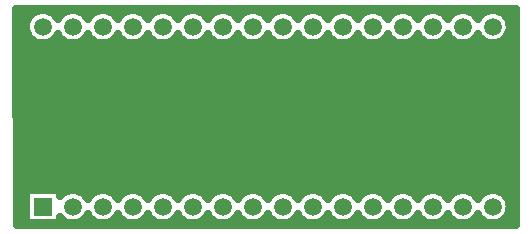
<source format=gbr>
G04 DipTrace 4.1.3.1*
G04 2 - Bottom.gbr*
%MOIN*%
G04 #@! TF.FileFunction,Copper,L2,Bot*
G04 #@! TF.Part,Single*
G04 #@! TA.AperFunction,CopperBalancing*
%ADD18C,0.025*%
G04 #@! TA.AperFunction,ComponentPad*
%ADD20R,0.059055X0.059055*%
%ADD21C,0.059055*%
%FSLAX26Y26*%
G04*
G70*
G90*
G75*
G01*
G04 Bottom*
%LPD*%
X410301Y1102789D2*
D18*
X449490D1*
X541843D2*
X549479D1*
X641843D2*
X649479D1*
X741843D2*
X749479D1*
X841843D2*
X849479D1*
X941843D2*
X949479D1*
X1041843D2*
X1049479D1*
X1141843D2*
X1149479D1*
X1241843D2*
X1249479D1*
X1341843D2*
X1349479D1*
X1441843D2*
X1449479D1*
X1541843D2*
X1549479D1*
X1641843D2*
X1649479D1*
X1741843D2*
X1749479D1*
X1841843D2*
X1849479D1*
X1941843D2*
X1949479D1*
X2041843D2*
X2070778D1*
X410349Y1077920D2*
X438064D1*
X2053269D2*
X2070778D1*
X410349Y1053051D2*
X439089D1*
X2052243D2*
X2070730D1*
X410398Y1028182D2*
X453493D1*
X537839D2*
X553479D1*
X637839D2*
X653479D1*
X737839D2*
X753479D1*
X837839D2*
X853479D1*
X937839D2*
X953479D1*
X1037839D2*
X1053479D1*
X1137839D2*
X1153479D1*
X1237839D2*
X1253479D1*
X1337839D2*
X1353479D1*
X1437839D2*
X1453479D1*
X1537839D2*
X1553479D1*
X1637839D2*
X1653479D1*
X1737839D2*
X1753479D1*
X1837839D2*
X1853479D1*
X1937839D2*
X1953479D1*
X2037839D2*
X2070730D1*
X410398Y1003314D2*
X2070681D1*
X410446Y978445D2*
X2070633D1*
X410495Y953576D2*
X2070633D1*
X410495Y928707D2*
X2070583D1*
X410545Y903839D2*
X2070583D1*
X410545Y878970D2*
X2070534D1*
X410593Y854101D2*
X2070534D1*
X410593Y829232D2*
X2070486D1*
X410642Y804364D2*
X2070486D1*
X410642Y779495D2*
X2070437D1*
X410690Y754626D2*
X2070437D1*
X410690Y729757D2*
X2070388D1*
X410739Y704888D2*
X2070388D1*
X410739Y680020D2*
X2070339D1*
X410789Y655151D2*
X2070290D1*
X410837Y630282D2*
X2070290D1*
X410837Y605413D2*
X2070241D1*
X410886Y580545D2*
X2070241D1*
X410886Y555676D2*
X2070193D1*
X410934Y530807D2*
X2070193D1*
X410934Y505938D2*
X437136D1*
X639109D2*
X652175D1*
X739109D2*
X752175D1*
X839109D2*
X852175D1*
X939109D2*
X952175D1*
X1039109D2*
X1052175D1*
X1139109D2*
X1152175D1*
X1239109D2*
X1252175D1*
X1339109D2*
X1352175D1*
X1439109D2*
X1452175D1*
X1539109D2*
X1552175D1*
X1639109D2*
X1652175D1*
X1739109D2*
X1752175D1*
X1839109D2*
X1852175D1*
X1939109D2*
X1952175D1*
X2039109D2*
X2070144D1*
X410984Y481070D2*
X437136D1*
X2052585D2*
X2070144D1*
X410984Y456201D2*
X437136D1*
X2052976D2*
X2070094D1*
X411033Y431332D2*
X437136D1*
X640769D2*
X650589D1*
X740769D2*
X750589D1*
X840769D2*
X850589D1*
X940769D2*
X950589D1*
X1040769D2*
X1050589D1*
X1140769D2*
X1150589D1*
X1240769D2*
X1250589D1*
X1340769D2*
X1350589D1*
X1440769D2*
X1450589D1*
X1540769D2*
X1550589D1*
X1640769D2*
X1650589D1*
X1740769D2*
X1750589D1*
X1840769D2*
X1850589D1*
X1940769D2*
X1950589D1*
X2040769D2*
X2070094D1*
X452150Y523736D2*
X551689D1*
Y502399D1*
X556058Y507328D1*
X562741Y513038D1*
X570238Y517630D1*
X578358Y520995D1*
X586906Y523046D1*
X595669Y523736D1*
X604433Y523046D1*
X612980Y520995D1*
X621101Y517630D1*
X628597Y513038D1*
X635281Y507328D1*
X640991Y500644D1*
X645663Y492978D1*
X650348Y500644D1*
X656058Y507328D1*
X662741Y513038D1*
X670238Y517630D1*
X678358Y520995D1*
X686906Y523046D1*
X695669Y523736D1*
X704433Y523046D1*
X712980Y520995D1*
X721101Y517630D1*
X728597Y513038D1*
X735281Y507328D1*
X740991Y500644D1*
X745663Y492978D1*
X750348Y500644D1*
X756058Y507328D1*
X762741Y513038D1*
X770238Y517630D1*
X778358Y520995D1*
X786906Y523046D1*
X795669Y523736D1*
X804433Y523046D1*
X812980Y520995D1*
X821101Y517630D1*
X828597Y513038D1*
X835281Y507328D1*
X840991Y500644D1*
X845663Y492978D1*
X850348Y500644D1*
X856058Y507328D1*
X862741Y513038D1*
X870238Y517630D1*
X878358Y520995D1*
X886906Y523046D1*
X895669Y523736D1*
X904433Y523046D1*
X912980Y520995D1*
X921101Y517630D1*
X928597Y513038D1*
X935281Y507328D1*
X940991Y500644D1*
X945663Y492978D1*
X950348Y500644D1*
X956058Y507328D1*
X962741Y513038D1*
X970238Y517630D1*
X978358Y520995D1*
X986906Y523046D1*
X995669Y523736D1*
X1004433Y523046D1*
X1012980Y520995D1*
X1021101Y517630D1*
X1028597Y513038D1*
X1035281Y507328D1*
X1040991Y500644D1*
X1045663Y492978D1*
X1050348Y500644D1*
X1056058Y507328D1*
X1062741Y513038D1*
X1070238Y517630D1*
X1078358Y520995D1*
X1086906Y523046D1*
X1095669Y523736D1*
X1104433Y523046D1*
X1112980Y520995D1*
X1121101Y517630D1*
X1128597Y513038D1*
X1135281Y507328D1*
X1140991Y500644D1*
X1145663Y492978D1*
X1150348Y500644D1*
X1156058Y507328D1*
X1162741Y513038D1*
X1170238Y517630D1*
X1178358Y520995D1*
X1186906Y523046D1*
X1195669Y523736D1*
X1204433Y523046D1*
X1212980Y520995D1*
X1221101Y517630D1*
X1228597Y513038D1*
X1235281Y507328D1*
X1240991Y500644D1*
X1245663Y492978D1*
X1250348Y500644D1*
X1256058Y507328D1*
X1262741Y513038D1*
X1270238Y517630D1*
X1278358Y520995D1*
X1286906Y523046D1*
X1295669Y523736D1*
X1304433Y523046D1*
X1312980Y520995D1*
X1321101Y517630D1*
X1328597Y513038D1*
X1335281Y507328D1*
X1340991Y500644D1*
X1345663Y492978D1*
X1350348Y500644D1*
X1356058Y507328D1*
X1362741Y513038D1*
X1370238Y517630D1*
X1378358Y520995D1*
X1386906Y523046D1*
X1395669Y523736D1*
X1404433Y523046D1*
X1412980Y520995D1*
X1421101Y517630D1*
X1428597Y513038D1*
X1435281Y507328D1*
X1440991Y500644D1*
X1445663Y492978D1*
X1450348Y500644D1*
X1456058Y507328D1*
X1462741Y513038D1*
X1470238Y517630D1*
X1478358Y520995D1*
X1486906Y523046D1*
X1495669Y523736D1*
X1504433Y523046D1*
X1512980Y520995D1*
X1521101Y517630D1*
X1528597Y513038D1*
X1535281Y507328D1*
X1540991Y500644D1*
X1545663Y492978D1*
X1550348Y500644D1*
X1556058Y507328D1*
X1562741Y513038D1*
X1570238Y517630D1*
X1578358Y520995D1*
X1586906Y523046D1*
X1595669Y523736D1*
X1604433Y523046D1*
X1612980Y520995D1*
X1621101Y517630D1*
X1628597Y513038D1*
X1635281Y507328D1*
X1640991Y500644D1*
X1645663Y492978D1*
X1650348Y500644D1*
X1656058Y507328D1*
X1662741Y513038D1*
X1670238Y517630D1*
X1678358Y520995D1*
X1686906Y523046D1*
X1695669Y523736D1*
X1704433Y523046D1*
X1712980Y520995D1*
X1721101Y517630D1*
X1728597Y513038D1*
X1735281Y507328D1*
X1740991Y500644D1*
X1745663Y492978D1*
X1750348Y500644D1*
X1756058Y507328D1*
X1762741Y513038D1*
X1770238Y517630D1*
X1778358Y520995D1*
X1786906Y523046D1*
X1795669Y523736D1*
X1804433Y523046D1*
X1812980Y520995D1*
X1821101Y517630D1*
X1828597Y513038D1*
X1835281Y507328D1*
X1840991Y500644D1*
X1845663Y492978D1*
X1850348Y500644D1*
X1856058Y507328D1*
X1862741Y513038D1*
X1870238Y517630D1*
X1878358Y520995D1*
X1886906Y523046D1*
X1895669Y523736D1*
X1904433Y523046D1*
X1912980Y520995D1*
X1921101Y517630D1*
X1928597Y513038D1*
X1935281Y507328D1*
X1940991Y500644D1*
X1945663Y492978D1*
X1950348Y500644D1*
X1956058Y507328D1*
X1962741Y513038D1*
X1970238Y517630D1*
X1978358Y520995D1*
X1986906Y523046D1*
X1995669Y523736D1*
X2004433Y523046D1*
X2012980Y520995D1*
X2021101Y517630D1*
X2028597Y513038D1*
X2035281Y507328D1*
X2040991Y500644D1*
X2045583Y493148D1*
X2048948Y485028D1*
X2050999Y476480D1*
X2051689Y467717D1*
X2050999Y458953D1*
X2048948Y450406D1*
X2045583Y442285D1*
X2040991Y434789D1*
X2035281Y428105D1*
X2028597Y422395D1*
X2021101Y417803D1*
X2012980Y414438D1*
X2004433Y412387D1*
X1995669Y411697D1*
X1986906Y412387D1*
X1978358Y414438D1*
X1970238Y417803D1*
X1962741Y422395D1*
X1956058Y428105D1*
X1950348Y434789D1*
X1945676Y442455D1*
X1940991Y434789D1*
X1935281Y428105D1*
X1928597Y422395D1*
X1921101Y417803D1*
X1912980Y414438D1*
X1904433Y412387D1*
X1895669Y411697D1*
X1886906Y412387D1*
X1878358Y414438D1*
X1870238Y417803D1*
X1862741Y422395D1*
X1856058Y428105D1*
X1850348Y434789D1*
X1845676Y442455D1*
X1840991Y434789D1*
X1835281Y428105D1*
X1828597Y422395D1*
X1821101Y417803D1*
X1812980Y414438D1*
X1804433Y412387D1*
X1795669Y411697D1*
X1786906Y412387D1*
X1778358Y414438D1*
X1770238Y417803D1*
X1762741Y422395D1*
X1756058Y428105D1*
X1750348Y434789D1*
X1745676Y442455D1*
X1740991Y434789D1*
X1735281Y428105D1*
X1728597Y422395D1*
X1721101Y417803D1*
X1712980Y414438D1*
X1704433Y412387D1*
X1695669Y411697D1*
X1686906Y412387D1*
X1678358Y414438D1*
X1670238Y417803D1*
X1662741Y422395D1*
X1656058Y428105D1*
X1650348Y434789D1*
X1645676Y442455D1*
X1640991Y434789D1*
X1635281Y428105D1*
X1628597Y422395D1*
X1621101Y417803D1*
X1612980Y414438D1*
X1604433Y412387D1*
X1595669Y411697D1*
X1586906Y412387D1*
X1578358Y414438D1*
X1570238Y417803D1*
X1562741Y422395D1*
X1556058Y428105D1*
X1550348Y434789D1*
X1545676Y442455D1*
X1540991Y434789D1*
X1535281Y428105D1*
X1528597Y422395D1*
X1521101Y417803D1*
X1512980Y414438D1*
X1504433Y412387D1*
X1495669Y411697D1*
X1486906Y412387D1*
X1478358Y414438D1*
X1470238Y417803D1*
X1462741Y422395D1*
X1456058Y428105D1*
X1450348Y434789D1*
X1445676Y442455D1*
X1440991Y434789D1*
X1435281Y428105D1*
X1428597Y422395D1*
X1421101Y417803D1*
X1412980Y414438D1*
X1404433Y412387D1*
X1395669Y411697D1*
X1386906Y412387D1*
X1378358Y414438D1*
X1370238Y417803D1*
X1362741Y422395D1*
X1356058Y428105D1*
X1350348Y434789D1*
X1345676Y442455D1*
X1340991Y434789D1*
X1335281Y428105D1*
X1328597Y422395D1*
X1321101Y417803D1*
X1312980Y414438D1*
X1304433Y412387D1*
X1295669Y411697D1*
X1286906Y412387D1*
X1278358Y414438D1*
X1270238Y417803D1*
X1262741Y422395D1*
X1256058Y428105D1*
X1250348Y434789D1*
X1245676Y442455D1*
X1240991Y434789D1*
X1235281Y428105D1*
X1228597Y422395D1*
X1221101Y417803D1*
X1212980Y414438D1*
X1204433Y412387D1*
X1195669Y411697D1*
X1186906Y412387D1*
X1178358Y414438D1*
X1170238Y417803D1*
X1162741Y422395D1*
X1156058Y428105D1*
X1150348Y434789D1*
X1145676Y442455D1*
X1140991Y434789D1*
X1135281Y428105D1*
X1128597Y422395D1*
X1121101Y417803D1*
X1112980Y414438D1*
X1104433Y412387D1*
X1095669Y411697D1*
X1086906Y412387D1*
X1078358Y414438D1*
X1070238Y417803D1*
X1062741Y422395D1*
X1056058Y428105D1*
X1050348Y434789D1*
X1045676Y442455D1*
X1040991Y434789D1*
X1035281Y428105D1*
X1028597Y422395D1*
X1021101Y417803D1*
X1012980Y414438D1*
X1004433Y412387D1*
X995669Y411697D1*
X986906Y412387D1*
X978358Y414438D1*
X970238Y417803D1*
X962741Y422395D1*
X956058Y428105D1*
X950348Y434789D1*
X945676Y442455D1*
X940991Y434789D1*
X935281Y428105D1*
X928597Y422395D1*
X921101Y417803D1*
X912980Y414438D1*
X904433Y412387D1*
X895669Y411697D1*
X886906Y412387D1*
X878358Y414438D1*
X870238Y417803D1*
X862741Y422395D1*
X856058Y428105D1*
X850348Y434789D1*
X845676Y442455D1*
X840991Y434789D1*
X835281Y428105D1*
X828597Y422395D1*
X821101Y417803D1*
X812980Y414438D1*
X804433Y412387D1*
X795669Y411697D1*
X786906Y412387D1*
X778358Y414438D1*
X770238Y417803D1*
X762741Y422395D1*
X756058Y428105D1*
X750348Y434789D1*
X745676Y442455D1*
X740991Y434789D1*
X735281Y428105D1*
X728597Y422395D1*
X721101Y417803D1*
X712980Y414438D1*
X704433Y412387D1*
X695669Y411697D1*
X686906Y412387D1*
X678358Y414438D1*
X670238Y417803D1*
X662741Y422395D1*
X656058Y428105D1*
X650348Y434789D1*
X645676Y442455D1*
X640991Y434789D1*
X635281Y428105D1*
X628597Y422395D1*
X621101Y417803D1*
X612980Y414438D1*
X604433Y412387D1*
X595669Y411697D1*
X586906Y412387D1*
X578358Y414438D1*
X570238Y417803D1*
X562741Y422395D1*
X556058Y428105D1*
X551699Y433075D1*
X551689Y411697D1*
X439650D1*
Y523736D1*
X452150D1*
X2051516Y1063322D2*
X2050142Y1054639D1*
X2047425Y1046278D1*
X2043434Y1038446D1*
X2038266Y1031335D1*
X2032051Y1025119D1*
X2024940Y1019951D1*
X2017108Y1015961D1*
X2008747Y1013244D1*
X2000064Y1011870D1*
X1991274D1*
X1982592Y1013244D1*
X1974231Y1015961D1*
X1966399Y1019951D1*
X1959287Y1025119D1*
X1953072Y1031335D1*
X1947904Y1038446D1*
X1945583Y1042285D1*
X1940991Y1034789D1*
X1935281Y1028105D1*
X1928597Y1022395D1*
X1921101Y1017803D1*
X1912980Y1014438D1*
X1904433Y1012387D1*
X1895669Y1011697D1*
X1886906Y1012387D1*
X1878358Y1014438D1*
X1870238Y1017803D1*
X1862741Y1022395D1*
X1856058Y1028105D1*
X1850348Y1034789D1*
X1845676Y1042455D1*
X1840991Y1034789D1*
X1835281Y1028105D1*
X1828597Y1022395D1*
X1821101Y1017803D1*
X1812980Y1014438D1*
X1804433Y1012387D1*
X1795669Y1011697D1*
X1786906Y1012387D1*
X1778358Y1014438D1*
X1770238Y1017803D1*
X1762741Y1022395D1*
X1756058Y1028105D1*
X1750348Y1034789D1*
X1745676Y1042455D1*
X1740991Y1034789D1*
X1735281Y1028105D1*
X1728597Y1022395D1*
X1721101Y1017803D1*
X1712980Y1014438D1*
X1704433Y1012387D1*
X1695669Y1011697D1*
X1686906Y1012387D1*
X1678358Y1014438D1*
X1670238Y1017803D1*
X1662741Y1022395D1*
X1656058Y1028105D1*
X1650348Y1034789D1*
X1645676Y1042455D1*
X1640991Y1034789D1*
X1635281Y1028105D1*
X1628597Y1022395D1*
X1621101Y1017803D1*
X1612980Y1014438D1*
X1604433Y1012387D1*
X1595669Y1011697D1*
X1586906Y1012387D1*
X1578358Y1014438D1*
X1570238Y1017803D1*
X1562741Y1022395D1*
X1556058Y1028105D1*
X1550348Y1034789D1*
X1545676Y1042455D1*
X1540991Y1034789D1*
X1535281Y1028105D1*
X1528597Y1022395D1*
X1521101Y1017803D1*
X1512980Y1014438D1*
X1504433Y1012387D1*
X1495669Y1011697D1*
X1486906Y1012387D1*
X1478358Y1014438D1*
X1470238Y1017803D1*
X1462741Y1022395D1*
X1456058Y1028105D1*
X1450348Y1034789D1*
X1445676Y1042455D1*
X1440991Y1034789D1*
X1435281Y1028105D1*
X1428597Y1022395D1*
X1421101Y1017803D1*
X1412980Y1014438D1*
X1404433Y1012387D1*
X1395669Y1011697D1*
X1386906Y1012387D1*
X1378358Y1014438D1*
X1370238Y1017803D1*
X1362741Y1022395D1*
X1356058Y1028105D1*
X1350348Y1034789D1*
X1345676Y1042455D1*
X1340991Y1034789D1*
X1335281Y1028105D1*
X1328597Y1022395D1*
X1321101Y1017803D1*
X1312980Y1014438D1*
X1304433Y1012387D1*
X1295669Y1011697D1*
X1286906Y1012387D1*
X1278358Y1014438D1*
X1270238Y1017803D1*
X1262741Y1022395D1*
X1256058Y1028105D1*
X1250348Y1034789D1*
X1245676Y1042455D1*
X1240991Y1034789D1*
X1235281Y1028105D1*
X1228597Y1022395D1*
X1221101Y1017803D1*
X1212980Y1014438D1*
X1204433Y1012387D1*
X1195669Y1011697D1*
X1186906Y1012387D1*
X1178358Y1014438D1*
X1170238Y1017803D1*
X1162741Y1022395D1*
X1156058Y1028105D1*
X1150348Y1034789D1*
X1145676Y1042455D1*
X1140991Y1034789D1*
X1135281Y1028105D1*
X1128597Y1022395D1*
X1121101Y1017803D1*
X1112980Y1014438D1*
X1104433Y1012387D1*
X1095669Y1011697D1*
X1086906Y1012387D1*
X1078358Y1014438D1*
X1070238Y1017803D1*
X1062741Y1022395D1*
X1056058Y1028105D1*
X1050348Y1034789D1*
X1045676Y1042455D1*
X1040991Y1034789D1*
X1035281Y1028105D1*
X1028597Y1022395D1*
X1021101Y1017803D1*
X1012980Y1014438D1*
X1004433Y1012387D1*
X995669Y1011697D1*
X986906Y1012387D1*
X978358Y1014438D1*
X970238Y1017803D1*
X962741Y1022395D1*
X956058Y1028105D1*
X950348Y1034789D1*
X945676Y1042455D1*
X940991Y1034789D1*
X935281Y1028105D1*
X928597Y1022395D1*
X921101Y1017803D1*
X912980Y1014438D1*
X904433Y1012387D1*
X895669Y1011697D1*
X886906Y1012387D1*
X878358Y1014438D1*
X870238Y1017803D1*
X862741Y1022395D1*
X856058Y1028105D1*
X850348Y1034789D1*
X845676Y1042455D1*
X840991Y1034789D1*
X835281Y1028105D1*
X828597Y1022395D1*
X821101Y1017803D1*
X812980Y1014438D1*
X804433Y1012387D1*
X795669Y1011697D1*
X786906Y1012387D1*
X778358Y1014438D1*
X770238Y1017803D1*
X762741Y1022395D1*
X756058Y1028105D1*
X750348Y1034789D1*
X745676Y1042455D1*
X740991Y1034789D1*
X735281Y1028105D1*
X728597Y1022395D1*
X721101Y1017803D1*
X712980Y1014438D1*
X704433Y1012387D1*
X695669Y1011697D1*
X686906Y1012387D1*
X678358Y1014438D1*
X670238Y1017803D1*
X662741Y1022395D1*
X656058Y1028105D1*
X650348Y1034789D1*
X645676Y1042455D1*
X640991Y1034789D1*
X635281Y1028105D1*
X628597Y1022395D1*
X621101Y1017803D1*
X612980Y1014438D1*
X604433Y1012387D1*
X595669Y1011697D1*
X586906Y1012387D1*
X578358Y1014438D1*
X570238Y1017803D1*
X562741Y1022395D1*
X556058Y1028105D1*
X550348Y1034789D1*
X545676Y1042455D1*
X540991Y1034789D1*
X535281Y1028105D1*
X528597Y1022395D1*
X521101Y1017803D1*
X512980Y1014438D1*
X504433Y1012387D1*
X495669Y1011697D1*
X486906Y1012387D1*
X478358Y1014438D1*
X470238Y1017803D1*
X462741Y1022395D1*
X456058Y1028105D1*
X450348Y1034789D1*
X445756Y1042285D1*
X442391Y1050406D1*
X440340Y1058953D1*
X439650Y1067717D1*
X440340Y1076480D1*
X442391Y1085028D1*
X445756Y1093148D1*
X450348Y1100644D1*
X456058Y1107328D1*
X462741Y1113038D1*
X470238Y1117630D1*
X478358Y1120995D1*
X486906Y1123046D1*
X495669Y1123736D1*
X504433Y1123046D1*
X512980Y1120995D1*
X521101Y1117630D1*
X528597Y1113038D1*
X535281Y1107328D1*
X540991Y1100644D1*
X545663Y1092978D1*
X550348Y1100644D1*
X556058Y1107328D1*
X562741Y1113038D1*
X570238Y1117630D1*
X578358Y1120995D1*
X586906Y1123046D1*
X595669Y1123736D1*
X604433Y1123046D1*
X612980Y1120995D1*
X621101Y1117630D1*
X628597Y1113038D1*
X635281Y1107328D1*
X640991Y1100644D1*
X645663Y1092978D1*
X650348Y1100644D1*
X656058Y1107328D1*
X662741Y1113038D1*
X670238Y1117630D1*
X678358Y1120995D1*
X686906Y1123046D1*
X695669Y1123736D1*
X704433Y1123046D1*
X712980Y1120995D1*
X721101Y1117630D1*
X728597Y1113038D1*
X735281Y1107328D1*
X740991Y1100644D1*
X745663Y1092978D1*
X750348Y1100644D1*
X756058Y1107328D1*
X762741Y1113038D1*
X770238Y1117630D1*
X778358Y1120995D1*
X786906Y1123046D1*
X795669Y1123736D1*
X804433Y1123046D1*
X812980Y1120995D1*
X821101Y1117630D1*
X828597Y1113038D1*
X835281Y1107328D1*
X840991Y1100644D1*
X845663Y1092978D1*
X850348Y1100644D1*
X856058Y1107328D1*
X862741Y1113038D1*
X870238Y1117630D1*
X878358Y1120995D1*
X886906Y1123046D1*
X895669Y1123736D1*
X904433Y1123046D1*
X912980Y1120995D1*
X921101Y1117630D1*
X928597Y1113038D1*
X935281Y1107328D1*
X940991Y1100644D1*
X945663Y1092978D1*
X950348Y1100644D1*
X956058Y1107328D1*
X962741Y1113038D1*
X970238Y1117630D1*
X978358Y1120995D1*
X986906Y1123046D1*
X995669Y1123736D1*
X1004433Y1123046D1*
X1012980Y1120995D1*
X1021101Y1117630D1*
X1028597Y1113038D1*
X1035281Y1107328D1*
X1040991Y1100644D1*
X1045663Y1092978D1*
X1050348Y1100644D1*
X1056058Y1107328D1*
X1062741Y1113038D1*
X1070238Y1117630D1*
X1078358Y1120995D1*
X1086906Y1123046D1*
X1095669Y1123736D1*
X1104433Y1123046D1*
X1112980Y1120995D1*
X1121101Y1117630D1*
X1128597Y1113038D1*
X1135281Y1107328D1*
X1140991Y1100644D1*
X1145663Y1092978D1*
X1150348Y1100644D1*
X1156058Y1107328D1*
X1162741Y1113038D1*
X1170238Y1117630D1*
X1178358Y1120995D1*
X1186906Y1123046D1*
X1195669Y1123736D1*
X1204433Y1123046D1*
X1212980Y1120995D1*
X1221101Y1117630D1*
X1228597Y1113038D1*
X1235281Y1107328D1*
X1240991Y1100644D1*
X1245663Y1092978D1*
X1250348Y1100644D1*
X1256058Y1107328D1*
X1262741Y1113038D1*
X1270238Y1117630D1*
X1278358Y1120995D1*
X1286906Y1123046D1*
X1295669Y1123736D1*
X1304433Y1123046D1*
X1312980Y1120995D1*
X1321101Y1117630D1*
X1328597Y1113038D1*
X1335281Y1107328D1*
X1340991Y1100644D1*
X1345663Y1092978D1*
X1350348Y1100644D1*
X1356058Y1107328D1*
X1362741Y1113038D1*
X1370238Y1117630D1*
X1378358Y1120995D1*
X1386906Y1123046D1*
X1395669Y1123736D1*
X1404433Y1123046D1*
X1412980Y1120995D1*
X1421101Y1117630D1*
X1428597Y1113038D1*
X1435281Y1107328D1*
X1440991Y1100644D1*
X1445663Y1092978D1*
X1450348Y1100644D1*
X1456058Y1107328D1*
X1462741Y1113038D1*
X1470238Y1117630D1*
X1478358Y1120995D1*
X1486906Y1123046D1*
X1495669Y1123736D1*
X1504433Y1123046D1*
X1512980Y1120995D1*
X1521101Y1117630D1*
X1528597Y1113038D1*
X1535281Y1107328D1*
X1540991Y1100644D1*
X1545663Y1092978D1*
X1550348Y1100644D1*
X1556058Y1107328D1*
X1562741Y1113038D1*
X1570238Y1117630D1*
X1578358Y1120995D1*
X1586906Y1123046D1*
X1595669Y1123736D1*
X1604433Y1123046D1*
X1612980Y1120995D1*
X1621101Y1117630D1*
X1628597Y1113038D1*
X1635281Y1107328D1*
X1640991Y1100644D1*
X1645663Y1092978D1*
X1650348Y1100644D1*
X1656058Y1107328D1*
X1662741Y1113038D1*
X1670238Y1117630D1*
X1678358Y1120995D1*
X1686906Y1123046D1*
X1695669Y1123736D1*
X1704433Y1123046D1*
X1712980Y1120995D1*
X1721101Y1117630D1*
X1728597Y1113038D1*
X1735281Y1107328D1*
X1740991Y1100644D1*
X1745663Y1092978D1*
X1750348Y1100644D1*
X1756058Y1107328D1*
X1762741Y1113038D1*
X1770238Y1117630D1*
X1778358Y1120995D1*
X1786906Y1123046D1*
X1795669Y1123736D1*
X1804433Y1123046D1*
X1812980Y1120995D1*
X1821101Y1117630D1*
X1828597Y1113038D1*
X1835281Y1107328D1*
X1840991Y1100644D1*
X1845663Y1092978D1*
X1850348Y1100644D1*
X1856058Y1107328D1*
X1862741Y1113038D1*
X1870238Y1117630D1*
X1878358Y1120995D1*
X1886906Y1123046D1*
X1895669Y1123736D1*
X1904433Y1123046D1*
X1912980Y1120995D1*
X1921101Y1117630D1*
X1928597Y1113038D1*
X1935281Y1107328D1*
X1940991Y1100644D1*
X1945663Y1092978D1*
X1950348Y1100644D1*
X1956058Y1107328D1*
X1962741Y1113038D1*
X1970238Y1117630D1*
X1978358Y1120995D1*
X1986906Y1123046D1*
X1995669Y1123736D1*
X2004433Y1123046D1*
X2012980Y1120995D1*
X2021101Y1117630D1*
X2028597Y1113038D1*
X2035281Y1107328D1*
X2040991Y1100644D1*
X2045583Y1093148D1*
X2048948Y1085028D1*
X2050999Y1076480D1*
X2051689Y1067717D1*
X2051516Y1063322D1*
X407789Y1126932D2*
X408563Y407776D1*
X2072552Y407789D1*
X2073314Y1127661D1*
X407757Y1126875D1*
D20*
X495669Y467717D3*
D21*
X595669D3*
X695669D3*
X795669D3*
X895669D3*
X995669D3*
X1095669D3*
X1195669D3*
X1295669D3*
X1395669D3*
X1495669D3*
X1595669D3*
X1695669D3*
X1795669D3*
X1895669D3*
X1995669D3*
Y1067717D3*
X1895669D3*
X1795669D3*
X1695669D3*
X1595669D3*
X1495669D3*
X1395669D3*
X1295669D3*
X1195669D3*
X1095669D3*
X995669D3*
X895669D3*
X795669D3*
X695669D3*
X595669D3*
X495669D3*
M02*

</source>
